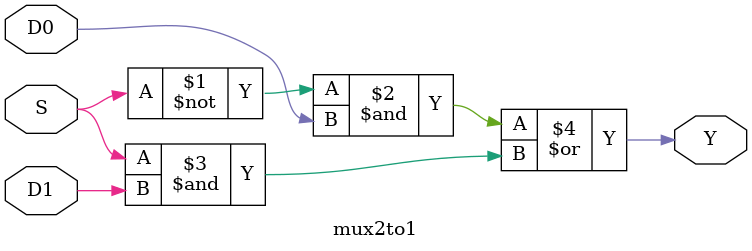
<source format=v>
module mux2to1(D0, D1, S, Y);

input D0, D1, S;
output Y;

assign Y=(~S & D0) | (S &D1);

endmodule
</source>
